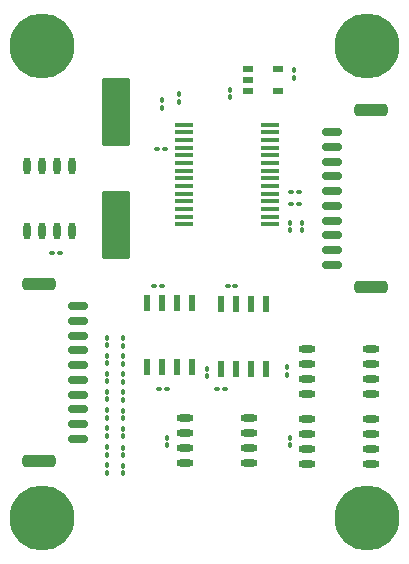
<source format=gbr>
%TF.GenerationSoftware,KiCad,Pcbnew,8.0.7*%
%TF.CreationDate,2025-01-10T16:13:59+05:30*%
%TF.ProjectId,STHDAQ_B0_COPY,53544844-4151-45f4-9230-5f434f50592e,rev?*%
%TF.SameCoordinates,Original*%
%TF.FileFunction,Soldermask,Top*%
%TF.FilePolarity,Negative*%
%FSLAX46Y46*%
G04 Gerber Fmt 4.6, Leading zero omitted, Abs format (unit mm)*
G04 Created by KiCad (PCBNEW 8.0.7) date 2025-01-10 16:13:59*
%MOMM*%
%LPD*%
G01*
G04 APERTURE LIST*
G04 Aperture macros list*
%AMRoundRect*
0 Rectangle with rounded corners*
0 $1 Rounding radius*
0 $2 $3 $4 $5 $6 $7 $8 $9 X,Y pos of 4 corners*
0 Add a 4 corners polygon primitive as box body*
4,1,4,$2,$3,$4,$5,$6,$7,$8,$9,$2,$3,0*
0 Add four circle primitives for the rounded corners*
1,1,$1+$1,$2,$3*
1,1,$1+$1,$4,$5*
1,1,$1+$1,$6,$7*
1,1,$1+$1,$8,$9*
0 Add four rect primitives between the rounded corners*
20,1,$1+$1,$2,$3,$4,$5,0*
20,1,$1+$1,$4,$5,$6,$7,0*
20,1,$1+$1,$6,$7,$8,$9,0*
20,1,$1+$1,$8,$9,$2,$3,0*%
G04 Aperture macros list end*
%ADD10RoundRect,0.100000X0.130000X0.100000X-0.130000X0.100000X-0.130000X-0.100000X0.130000X-0.100000X0*%
%ADD11RoundRect,0.100000X-0.100000X0.130000X-0.100000X-0.130000X0.100000X-0.130000X0.100000X0.130000X0*%
%ADD12RoundRect,0.100000X-0.130000X-0.100000X0.130000X-0.100000X0.130000X0.100000X-0.130000X0.100000X0*%
%ADD13R,0.558000X1.454899*%
%ADD14RoundRect,0.100000X0.100000X-0.130000X0.100000X0.130000X-0.100000X0.130000X-0.100000X-0.130000X0*%
%ADD15RoundRect,0.250000X-1.150000X0.250000X-1.150000X-0.250000X1.150000X-0.250000X1.150000X0.250000X0*%
%ADD16RoundRect,0.150000X-0.700000X0.150000X-0.700000X-0.150000X0.700000X-0.150000X0.700000X0.150000X0*%
%ADD17C,3.600000*%
%ADD18C,5.500000*%
%ADD19O,1.450000X0.599999*%
%ADD20RoundRect,0.102000X1.050000X-2.800000X1.050000X2.800000X-1.050000X2.800000X-1.050000X-2.800000X0*%
%ADD21RoundRect,0.150000X0.700000X-0.150000X0.700000X0.150000X-0.700000X0.150000X-0.700000X-0.150000X0*%
%ADD22RoundRect,0.250000X1.150000X-0.250000X1.150000X0.250000X-1.150000X0.250000X-1.150000X-0.250000X0*%
%ADD23R,0.946899X0.508000*%
%ADD24O,0.599999X1.450000*%
%ADD25R,1.639799X0.431000*%
G04 APERTURE END LIST*
D10*
%TO.C,C13*%
X204993200Y-73881998D03*
X204353200Y-73881998D03*
%TD*%
D11*
%TO.C,C9*%
X194818000Y-64577000D03*
X194818000Y-65217000D03*
%TD*%
%TO.C,C20*%
X190119000Y-86736000D03*
X190119000Y-87376000D03*
%TD*%
D12*
%TO.C,C6*%
X192974000Y-69215000D03*
X193614000Y-69215000D03*
%TD*%
D13*
%TO.C,U4*%
X202184000Y-82368652D03*
X200914000Y-82368652D03*
X199644000Y-82368652D03*
X198374000Y-82368652D03*
X198374000Y-87811348D03*
X199644000Y-87811348D03*
X200914000Y-87811348D03*
X202184000Y-87811348D03*
%TD*%
D12*
%TO.C,C3*%
X198979000Y-80772000D03*
X199619000Y-80772000D03*
%TD*%
D14*
%TO.C,R2*%
X193802000Y-94300000D03*
X193802000Y-93660000D03*
%TD*%
%TO.C,R11*%
X204216000Y-94300000D03*
X204216000Y-93660000D03*
%TD*%
D15*
%TO.C,J2*%
X211105457Y-80881000D03*
X211105457Y-65931000D03*
D16*
X207755457Y-79031000D03*
X207755457Y-77781000D03*
X207755457Y-76531000D03*
X207755457Y-75281000D03*
X207755457Y-74031000D03*
X207755457Y-72781000D03*
X207755457Y-71531000D03*
X207755457Y-70281000D03*
X207755457Y-69031000D03*
X207755457Y-67781000D03*
%TD*%
D17*
%TO.C,H3*%
X210761000Y-60457000D03*
D18*
X210761000Y-60457000D03*
%TD*%
D10*
%TO.C,C12*%
X204993200Y-72865998D03*
X204353200Y-72865998D03*
%TD*%
D19*
%TO.C,U5*%
X195349418Y-91948000D03*
X195349418Y-93218000D03*
X195349418Y-94488000D03*
X195349418Y-95758000D03*
X200799417Y-95758000D03*
X200799417Y-94488000D03*
X200799417Y-93218000D03*
X200799417Y-91948000D03*
%TD*%
%TO.C,U7*%
X205681999Y-86106000D03*
X205681999Y-87376000D03*
X205681999Y-88646000D03*
X205681999Y-89916000D03*
X211131998Y-89916000D03*
X211131998Y-88646000D03*
X211131998Y-87376000D03*
X211131998Y-86106000D03*
%TD*%
D14*
%TO.C,C11*%
X204216000Y-76078000D03*
X204216000Y-75438000D03*
%TD*%
%TO.C,R8*%
X188722000Y-88876000D03*
X188722000Y-88236000D03*
%TD*%
D11*
%TO.C,C4*%
X197231000Y-87818000D03*
X197231000Y-88458000D03*
%TD*%
D14*
%TO.C,R6*%
X188722000Y-91985000D03*
X188722000Y-91345000D03*
%TD*%
D11*
%TO.C,C19*%
X190119000Y-88260000D03*
X190119000Y-88900000D03*
%TD*%
D18*
%TO.C,H4*%
X183261000Y-100457000D03*
D17*
X183261000Y-100457000D03*
%TD*%
D14*
%TO.C,R3*%
X188722000Y-96623000D03*
X188722000Y-95983000D03*
%TD*%
D11*
%TO.C,C21*%
X190119000Y-85212000D03*
X190119000Y-85852000D03*
%TD*%
D14*
%TO.C,C1*%
X199136000Y-64836000D03*
X199136000Y-64196000D03*
%TD*%
D20*
%TO.C,Y1*%
X189484000Y-75616000D03*
X189484000Y-66116000D03*
%TD*%
D11*
%TO.C,C14*%
X190119000Y-96007000D03*
X190119000Y-96647000D03*
%TD*%
D19*
%TO.C,U6*%
X205681999Y-92075000D03*
X205681999Y-93345000D03*
X205681999Y-94615000D03*
X205681999Y-95885000D03*
X211131998Y-95885000D03*
X211131998Y-94615000D03*
X211131998Y-93345000D03*
X211131998Y-92075000D03*
%TD*%
D17*
%TO.C,H1*%
X210761000Y-100457000D03*
D18*
X210761000Y-100457000D03*
%TD*%
D14*
%TO.C,C10*%
X205232000Y-76078000D03*
X205232000Y-75438000D03*
%TD*%
D17*
%TO.C,H2*%
X183261000Y-60457000D03*
D18*
X183261000Y-60457000D03*
%TD*%
D10*
%TO.C,R1*%
X198694000Y-89535000D03*
X198054000Y-89535000D03*
%TD*%
D21*
%TO.C,J1*%
X186323000Y-93763000D03*
X186323000Y-92513000D03*
X186323000Y-91263000D03*
X186323000Y-90013000D03*
X186323000Y-88763000D03*
X186323000Y-87513000D03*
X186323000Y-86263000D03*
X186323000Y-85013000D03*
X186323000Y-83763000D03*
X186323000Y-82513000D03*
D22*
X182973000Y-95613000D03*
X182973000Y-80663000D03*
%TD*%
D14*
%TO.C,R7*%
X188722000Y-90396000D03*
X188722000Y-89756000D03*
%TD*%
%TO.C,R4*%
X188722000Y-95099000D03*
X188722000Y-94459000D03*
%TD*%
D11*
%TO.C,C2*%
X204597000Y-62545000D03*
X204597000Y-63185000D03*
%TD*%
D14*
%TO.C,R10*%
X188726000Y-85828000D03*
X188726000Y-85188000D03*
%TD*%
D11*
%TO.C,C18*%
X190119000Y-89784000D03*
X190119000Y-90424000D03*
%TD*%
D14*
%TO.C,R9*%
X188721000Y-87339000D03*
X188721000Y-86699000D03*
%TD*%
%TO.C,R5*%
X188722000Y-93505000D03*
X188722000Y-92865000D03*
%TD*%
D10*
%TO.C,R13*%
X184745000Y-77978000D03*
X184105000Y-77978000D03*
%TD*%
D12*
%TO.C,C5*%
X192720000Y-80772000D03*
X193360000Y-80772000D03*
%TD*%
D11*
%TO.C,C17*%
X190119000Y-91369000D03*
X190119000Y-92009000D03*
%TD*%
%TO.C,C16*%
X190116000Y-92893000D03*
X190116000Y-93533000D03*
%TD*%
%TO.C,C15*%
X190119000Y-94483000D03*
X190119000Y-95123000D03*
%TD*%
D12*
%TO.C,C7*%
X193180000Y-89500000D03*
X193820000Y-89500000D03*
%TD*%
D23*
%TO.C,U2*%
X200656449Y-62422999D03*
X200656449Y-63373000D03*
X200656449Y-64323001D03*
X203203551Y-64323001D03*
X203203551Y-62422999D03*
%TD*%
D14*
%TO.C,R12*%
X203962000Y-88331000D03*
X203962000Y-87691000D03*
%TD*%
D11*
%TO.C,C8*%
X193421000Y-65085000D03*
X193421000Y-65725000D03*
%TD*%
D24*
%TO.C,U8*%
X181991000Y-76131001D03*
X183261000Y-76131001D03*
X184531000Y-76131001D03*
X185801000Y-76131001D03*
X185801000Y-70681002D03*
X184531000Y-70681002D03*
X183261000Y-70681002D03*
X181991000Y-70681002D03*
%TD*%
D13*
%TO.C,U3*%
X195961000Y-82241652D03*
X194691000Y-82241652D03*
X193421000Y-82241652D03*
X192151000Y-82241652D03*
X192151000Y-87684348D03*
X193421000Y-87684348D03*
X194691000Y-87684348D03*
X195961000Y-87684348D03*
%TD*%
D25*
%TO.C,U1*%
X195249800Y-67149000D03*
X195249800Y-67799001D03*
X195249800Y-68449000D03*
X195249800Y-69099001D03*
X195249800Y-69748999D03*
X195249800Y-70399001D03*
X195249800Y-71048999D03*
X195249800Y-71698998D03*
X195249800Y-72348999D03*
X195249800Y-72998998D03*
X195249800Y-73648999D03*
X195249800Y-74298998D03*
X195249800Y-74948999D03*
X195249800Y-75598998D03*
X202514200Y-75599000D03*
X202514200Y-74948999D03*
X202514200Y-74299000D03*
X202514200Y-73648999D03*
X202514200Y-72999001D03*
X202514200Y-72348999D03*
X202514200Y-71699001D03*
X202514200Y-71048999D03*
X202514200Y-70399001D03*
X202514200Y-69748999D03*
X202514200Y-69099001D03*
X202514200Y-68449000D03*
X202514200Y-67799001D03*
X202514200Y-67149000D03*
%TD*%
M02*

</source>
